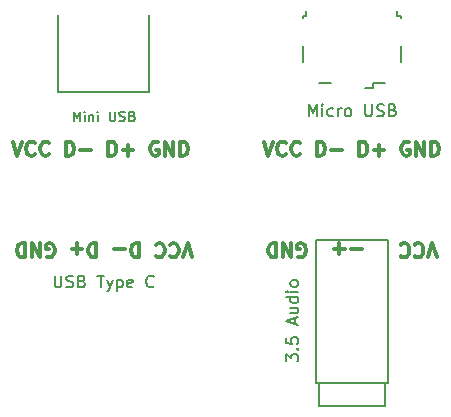
<source format=gbr>
G04 #@! TF.GenerationSoftware,KiCad,Pcbnew,(5.0.2)-1*
G04 #@! TF.CreationDate,2019-03-12T07:40:32+07:00*
G04 #@! TF.ProjectId,adapter,61646170-7465-4722-9e6b-696361645f70,rev?*
G04 #@! TF.SameCoordinates,Original*
G04 #@! TF.FileFunction,Legend,Top*
G04 #@! TF.FilePolarity,Positive*
%FSLAX46Y46*%
G04 Gerber Fmt 4.6, Leading zero omitted, Abs format (unit mm)*
G04 Created by KiCad (PCBNEW (5.0.2)-1) date 12/03/2019 7:40:32 SA*
%MOMM*%
%LPD*%
G01*
G04 APERTURE LIST*
%ADD10C,0.300000*%
%ADD11C,0.150000*%
%ADD12C,0.200000*%
%ADD13C,0.203200*%
G04 APERTURE END LIST*
D10*
X53200000Y-35407142D02*
X52800000Y-34207142D01*
X52400000Y-35407142D01*
X51314285Y-34321428D02*
X51371428Y-34264285D01*
X51542857Y-34207142D01*
X51657142Y-34207142D01*
X51828571Y-34264285D01*
X51942857Y-34378571D01*
X52000000Y-34492857D01*
X52057142Y-34721428D01*
X52057142Y-34892857D01*
X52000000Y-35121428D01*
X51942857Y-35235714D01*
X51828571Y-35350000D01*
X51657142Y-35407142D01*
X51542857Y-35407142D01*
X51371428Y-35350000D01*
X51314285Y-35292857D01*
X50114285Y-34321428D02*
X50171428Y-34264285D01*
X50342857Y-34207142D01*
X50457142Y-34207142D01*
X50628571Y-34264285D01*
X50742857Y-34378571D01*
X50800000Y-34492857D01*
X50857142Y-34721428D01*
X50857142Y-34892857D01*
X50800000Y-35121428D01*
X50742857Y-35235714D01*
X50628571Y-35350000D01*
X50457142Y-35407142D01*
X50342857Y-35407142D01*
X50171428Y-35350000D01*
X50114285Y-35292857D01*
X46857142Y-34664285D02*
X45942857Y-34664285D01*
X45371428Y-34664285D02*
X44457142Y-34664285D01*
X44914285Y-34207142D02*
X44914285Y-35121428D01*
X41428571Y-35350000D02*
X41542857Y-35407142D01*
X41714285Y-35407142D01*
X41885714Y-35350000D01*
X42000000Y-35235714D01*
X42057142Y-35121428D01*
X42114285Y-34892857D01*
X42114285Y-34721428D01*
X42057142Y-34492857D01*
X42000000Y-34378571D01*
X41885714Y-34264285D01*
X41714285Y-34207142D01*
X41600000Y-34207142D01*
X41428571Y-34264285D01*
X41371428Y-34321428D01*
X41371428Y-34721428D01*
X41600000Y-34721428D01*
X40857142Y-34207142D02*
X40857142Y-35407142D01*
X40171428Y-34207142D01*
X40171428Y-35407142D01*
X39600000Y-34207142D02*
X39600000Y-35407142D01*
X39314285Y-35407142D01*
X39142857Y-35350000D01*
X39028571Y-35235714D01*
X38971428Y-35121428D01*
X38914285Y-34892857D01*
X38914285Y-34721428D01*
X38971428Y-34492857D01*
X39028571Y-34378571D01*
X39142857Y-34264285D01*
X39314285Y-34207142D01*
X39600000Y-34207142D01*
X32485714Y-35407142D02*
X32085714Y-34207142D01*
X31685714Y-35407142D01*
X30600000Y-34321428D02*
X30657142Y-34264285D01*
X30828571Y-34207142D01*
X30942857Y-34207142D01*
X31114285Y-34264285D01*
X31228571Y-34378571D01*
X31285714Y-34492857D01*
X31342857Y-34721428D01*
X31342857Y-34892857D01*
X31285714Y-35121428D01*
X31228571Y-35235714D01*
X31114285Y-35350000D01*
X30942857Y-35407142D01*
X30828571Y-35407142D01*
X30657142Y-35350000D01*
X30600000Y-35292857D01*
X29400000Y-34321428D02*
X29457142Y-34264285D01*
X29628571Y-34207142D01*
X29742857Y-34207142D01*
X29914285Y-34264285D01*
X30028571Y-34378571D01*
X30085714Y-34492857D01*
X30142857Y-34721428D01*
X30142857Y-34892857D01*
X30085714Y-35121428D01*
X30028571Y-35235714D01*
X29914285Y-35350000D01*
X29742857Y-35407142D01*
X29628571Y-35407142D01*
X29457142Y-35350000D01*
X29400000Y-35292857D01*
X27971428Y-34207142D02*
X27971428Y-35407142D01*
X27685714Y-35407142D01*
X27514285Y-35350000D01*
X27400000Y-35235714D01*
X27342857Y-35121428D01*
X27285714Y-34892857D01*
X27285714Y-34721428D01*
X27342857Y-34492857D01*
X27400000Y-34378571D01*
X27514285Y-34264285D01*
X27685714Y-34207142D01*
X27971428Y-34207142D01*
X26771428Y-34664285D02*
X25857142Y-34664285D01*
X24371428Y-34207142D02*
X24371428Y-35407142D01*
X24085714Y-35407142D01*
X23914285Y-35350000D01*
X23800000Y-35235714D01*
X23742857Y-35121428D01*
X23685714Y-34892857D01*
X23685714Y-34721428D01*
X23742857Y-34492857D01*
X23800000Y-34378571D01*
X23914285Y-34264285D01*
X24085714Y-34207142D01*
X24371428Y-34207142D01*
X23171428Y-34664285D02*
X22257142Y-34664285D01*
X22714285Y-34207142D02*
X22714285Y-35121428D01*
X20142857Y-35350000D02*
X20257142Y-35407142D01*
X20428571Y-35407142D01*
X20600000Y-35350000D01*
X20714285Y-35235714D01*
X20771428Y-35121428D01*
X20828571Y-34892857D01*
X20828571Y-34721428D01*
X20771428Y-34492857D01*
X20714285Y-34378571D01*
X20600000Y-34264285D01*
X20428571Y-34207142D01*
X20314285Y-34207142D01*
X20142857Y-34264285D01*
X20085714Y-34321428D01*
X20085714Y-34721428D01*
X20314285Y-34721428D01*
X19571428Y-34207142D02*
X19571428Y-35407142D01*
X18885714Y-34207142D01*
X18885714Y-35407142D01*
X18314285Y-34207142D02*
X18314285Y-35407142D01*
X18028571Y-35407142D01*
X17857142Y-35350000D01*
X17742857Y-35235714D01*
X17685714Y-35121428D01*
X17628571Y-34892857D01*
X17628571Y-34721428D01*
X17685714Y-34492857D01*
X17742857Y-34378571D01*
X17857142Y-34264285D01*
X18028571Y-34207142D01*
X18314285Y-34207142D01*
X38514285Y-25592857D02*
X38914285Y-26792857D01*
X39314285Y-25592857D01*
X40400000Y-26678571D02*
X40342857Y-26735714D01*
X40171428Y-26792857D01*
X40057142Y-26792857D01*
X39885714Y-26735714D01*
X39771428Y-26621428D01*
X39714285Y-26507142D01*
X39657142Y-26278571D01*
X39657142Y-26107142D01*
X39714285Y-25878571D01*
X39771428Y-25764285D01*
X39885714Y-25650000D01*
X40057142Y-25592857D01*
X40171428Y-25592857D01*
X40342857Y-25650000D01*
X40400000Y-25707142D01*
X41600000Y-26678571D02*
X41542857Y-26735714D01*
X41371428Y-26792857D01*
X41257142Y-26792857D01*
X41085714Y-26735714D01*
X40971428Y-26621428D01*
X40914285Y-26507142D01*
X40857142Y-26278571D01*
X40857142Y-26107142D01*
X40914285Y-25878571D01*
X40971428Y-25764285D01*
X41085714Y-25650000D01*
X41257142Y-25592857D01*
X41371428Y-25592857D01*
X41542857Y-25650000D01*
X41600000Y-25707142D01*
X43028571Y-26792857D02*
X43028571Y-25592857D01*
X43314285Y-25592857D01*
X43485714Y-25650000D01*
X43600000Y-25764285D01*
X43657142Y-25878571D01*
X43714285Y-26107142D01*
X43714285Y-26278571D01*
X43657142Y-26507142D01*
X43600000Y-26621428D01*
X43485714Y-26735714D01*
X43314285Y-26792857D01*
X43028571Y-26792857D01*
X44228571Y-26335714D02*
X45142857Y-26335714D01*
X46628571Y-26792857D02*
X46628571Y-25592857D01*
X46914285Y-25592857D01*
X47085714Y-25650000D01*
X47200000Y-25764285D01*
X47257142Y-25878571D01*
X47314285Y-26107142D01*
X47314285Y-26278571D01*
X47257142Y-26507142D01*
X47200000Y-26621428D01*
X47085714Y-26735714D01*
X46914285Y-26792857D01*
X46628571Y-26792857D01*
X47828571Y-26335714D02*
X48742857Y-26335714D01*
X48285714Y-26792857D02*
X48285714Y-25878571D01*
X50857142Y-25650000D02*
X50742857Y-25592857D01*
X50571428Y-25592857D01*
X50400000Y-25650000D01*
X50285714Y-25764285D01*
X50228571Y-25878571D01*
X50171428Y-26107142D01*
X50171428Y-26278571D01*
X50228571Y-26507142D01*
X50285714Y-26621428D01*
X50400000Y-26735714D01*
X50571428Y-26792857D01*
X50685714Y-26792857D01*
X50857142Y-26735714D01*
X50914285Y-26678571D01*
X50914285Y-26278571D01*
X50685714Y-26278571D01*
X51428571Y-26792857D02*
X51428571Y-25592857D01*
X52114285Y-26792857D01*
X52114285Y-25592857D01*
X52685714Y-26792857D02*
X52685714Y-25592857D01*
X52971428Y-25592857D01*
X53142857Y-25650000D01*
X53257142Y-25764285D01*
X53314285Y-25878571D01*
X53371428Y-26107142D01*
X53371428Y-26278571D01*
X53314285Y-26507142D01*
X53257142Y-26621428D01*
X53142857Y-26735714D01*
X52971428Y-26792857D01*
X52685714Y-26792857D01*
X17264285Y-25592857D02*
X17664285Y-26792857D01*
X18064285Y-25592857D01*
X19150000Y-26678571D02*
X19092857Y-26735714D01*
X18921428Y-26792857D01*
X18807142Y-26792857D01*
X18635714Y-26735714D01*
X18521428Y-26621428D01*
X18464285Y-26507142D01*
X18407142Y-26278571D01*
X18407142Y-26107142D01*
X18464285Y-25878571D01*
X18521428Y-25764285D01*
X18635714Y-25650000D01*
X18807142Y-25592857D01*
X18921428Y-25592857D01*
X19092857Y-25650000D01*
X19150000Y-25707142D01*
X20350000Y-26678571D02*
X20292857Y-26735714D01*
X20121428Y-26792857D01*
X20007142Y-26792857D01*
X19835714Y-26735714D01*
X19721428Y-26621428D01*
X19664285Y-26507142D01*
X19607142Y-26278571D01*
X19607142Y-26107142D01*
X19664285Y-25878571D01*
X19721428Y-25764285D01*
X19835714Y-25650000D01*
X20007142Y-25592857D01*
X20121428Y-25592857D01*
X20292857Y-25650000D01*
X20350000Y-25707142D01*
X21778571Y-26792857D02*
X21778571Y-25592857D01*
X22064285Y-25592857D01*
X22235714Y-25650000D01*
X22350000Y-25764285D01*
X22407142Y-25878571D01*
X22464285Y-26107142D01*
X22464285Y-26278571D01*
X22407142Y-26507142D01*
X22350000Y-26621428D01*
X22235714Y-26735714D01*
X22064285Y-26792857D01*
X21778571Y-26792857D01*
X22978571Y-26335714D02*
X23892857Y-26335714D01*
X25378571Y-26792857D02*
X25378571Y-25592857D01*
X25664285Y-25592857D01*
X25835714Y-25650000D01*
X25950000Y-25764285D01*
X26007142Y-25878571D01*
X26064285Y-26107142D01*
X26064285Y-26278571D01*
X26007142Y-26507142D01*
X25950000Y-26621428D01*
X25835714Y-26735714D01*
X25664285Y-26792857D01*
X25378571Y-26792857D01*
X26578571Y-26335714D02*
X27492857Y-26335714D01*
X27035714Y-26792857D02*
X27035714Y-25878571D01*
X29607142Y-25650000D02*
X29492857Y-25592857D01*
X29321428Y-25592857D01*
X29150000Y-25650000D01*
X29035714Y-25764285D01*
X28978571Y-25878571D01*
X28921428Y-26107142D01*
X28921428Y-26278571D01*
X28978571Y-26507142D01*
X29035714Y-26621428D01*
X29150000Y-26735714D01*
X29321428Y-26792857D01*
X29435714Y-26792857D01*
X29607142Y-26735714D01*
X29664285Y-26678571D01*
X29664285Y-26278571D01*
X29435714Y-26278571D01*
X30178571Y-26792857D02*
X30178571Y-25592857D01*
X30864285Y-26792857D01*
X30864285Y-25592857D01*
X31435714Y-26792857D02*
X31435714Y-25592857D01*
X31721428Y-25592857D01*
X31892857Y-25650000D01*
X32007142Y-25764285D01*
X32064285Y-25878571D01*
X32121428Y-26107142D01*
X32121428Y-26278571D01*
X32064285Y-26507142D01*
X32007142Y-26621428D01*
X31892857Y-26735714D01*
X31721428Y-26792857D01*
X31435714Y-26792857D01*
D11*
G04 #@! TO.C,Micro USB*
X50150000Y-18900000D02*
X50150000Y-17500000D01*
X50150000Y-15100000D02*
X50150000Y-14950000D01*
X50150000Y-14950000D02*
X49850000Y-14950000D01*
X49850000Y-14950000D02*
X49850000Y-14500000D01*
X42150000Y-14500000D02*
X42150000Y-14950000D01*
X42150000Y-14950000D02*
X41850000Y-14950000D01*
X41850000Y-14950000D02*
X41850000Y-15100000D01*
X41850000Y-17500000D02*
X41850000Y-18900000D01*
X47075000Y-21075000D02*
X47800000Y-21075000D01*
X47800000Y-21075000D02*
X47800000Y-20650000D01*
X47800000Y-20650000D02*
X48800000Y-20650000D01*
X44200000Y-20650000D02*
X43200000Y-20650000D01*
D12*
G04 #@! TO.C,Mini USB*
X28850000Y-21400000D02*
X21150000Y-21400000D01*
X28850000Y-21400000D02*
X28850000Y-14900000D01*
X21150000Y-21400000D02*
X21150000Y-14900000D01*
D11*
G04 #@! TO.C,*
X42950000Y-46000000D02*
X49050000Y-46000000D01*
X42950000Y-33900000D02*
X49050000Y-33900000D01*
X42950000Y-46000000D02*
X42950000Y-33900000D01*
X49050000Y-46000000D02*
X49050000Y-33900000D01*
X43200000Y-46000000D02*
X43200000Y-48000000D01*
X48800000Y-46000000D02*
X48800000Y-48000000D01*
X43200000Y-48000000D02*
X48800000Y-48000000D01*
G04 #@! TO.C,Micro USB*
X42357142Y-23452380D02*
X42357142Y-22452380D01*
X42690476Y-23166666D01*
X43023809Y-22452380D01*
X43023809Y-23452380D01*
X43500000Y-23452380D02*
X43500000Y-22785714D01*
X43500000Y-22452380D02*
X43452380Y-22500000D01*
X43500000Y-22547619D01*
X43547619Y-22500000D01*
X43500000Y-22452380D01*
X43500000Y-22547619D01*
X44404761Y-23404761D02*
X44309523Y-23452380D01*
X44119047Y-23452380D01*
X44023809Y-23404761D01*
X43976190Y-23357142D01*
X43928571Y-23261904D01*
X43928571Y-22976190D01*
X43976190Y-22880952D01*
X44023809Y-22833333D01*
X44119047Y-22785714D01*
X44309523Y-22785714D01*
X44404761Y-22833333D01*
X44833333Y-23452380D02*
X44833333Y-22785714D01*
X44833333Y-22976190D02*
X44880952Y-22880952D01*
X44928571Y-22833333D01*
X45023809Y-22785714D01*
X45119047Y-22785714D01*
X45595238Y-23452380D02*
X45500000Y-23404761D01*
X45452380Y-23357142D01*
X45404761Y-23261904D01*
X45404761Y-22976190D01*
X45452380Y-22880952D01*
X45500000Y-22833333D01*
X45595238Y-22785714D01*
X45738095Y-22785714D01*
X45833333Y-22833333D01*
X45880952Y-22880952D01*
X45928571Y-22976190D01*
X45928571Y-23261904D01*
X45880952Y-23357142D01*
X45833333Y-23404761D01*
X45738095Y-23452380D01*
X45595238Y-23452380D01*
X47119047Y-22452380D02*
X47119047Y-23261904D01*
X47166666Y-23357142D01*
X47214285Y-23404761D01*
X47309523Y-23452380D01*
X47500000Y-23452380D01*
X47595238Y-23404761D01*
X47642857Y-23357142D01*
X47690476Y-23261904D01*
X47690476Y-22452380D01*
X48119047Y-23404761D02*
X48261904Y-23452380D01*
X48500000Y-23452380D01*
X48595238Y-23404761D01*
X48642857Y-23357142D01*
X48690476Y-23261904D01*
X48690476Y-23166666D01*
X48642857Y-23071428D01*
X48595238Y-23023809D01*
X48500000Y-22976190D01*
X48309523Y-22928571D01*
X48214285Y-22880952D01*
X48166666Y-22833333D01*
X48119047Y-22738095D01*
X48119047Y-22642857D01*
X48166666Y-22547619D01*
X48214285Y-22500000D01*
X48309523Y-22452380D01*
X48547619Y-22452380D01*
X48690476Y-22500000D01*
X49452380Y-22928571D02*
X49595238Y-22976190D01*
X49642857Y-23023809D01*
X49690476Y-23119047D01*
X49690476Y-23261904D01*
X49642857Y-23357142D01*
X49595238Y-23404761D01*
X49500000Y-23452380D01*
X49119047Y-23452380D01*
X49119047Y-22452380D01*
X49452380Y-22452380D01*
X49547619Y-22500000D01*
X49595238Y-22547619D01*
X49642857Y-22642857D01*
X49642857Y-22738095D01*
X49595238Y-22833333D01*
X49547619Y-22880952D01*
X49452380Y-22928571D01*
X49119047Y-22928571D01*
G04 #@! TO.C,Mini USB*
D13*
X22445485Y-23867695D02*
X22445485Y-23054895D01*
X22716419Y-23635466D01*
X22987352Y-23054895D01*
X22987352Y-23867695D01*
X23374400Y-23867695D02*
X23374400Y-23325828D01*
X23374400Y-23054895D02*
X23335695Y-23093600D01*
X23374400Y-23132304D01*
X23413104Y-23093600D01*
X23374400Y-23054895D01*
X23374400Y-23132304D01*
X23761447Y-23325828D02*
X23761447Y-23867695D01*
X23761447Y-23403238D02*
X23800152Y-23364533D01*
X23877561Y-23325828D01*
X23993676Y-23325828D01*
X24071085Y-23364533D01*
X24109790Y-23441942D01*
X24109790Y-23867695D01*
X24496838Y-23867695D02*
X24496838Y-23325828D01*
X24496838Y-23054895D02*
X24458133Y-23093600D01*
X24496838Y-23132304D01*
X24535542Y-23093600D01*
X24496838Y-23054895D01*
X24496838Y-23132304D01*
X25503161Y-23054895D02*
X25503161Y-23712876D01*
X25541866Y-23790285D01*
X25580571Y-23828990D01*
X25657980Y-23867695D01*
X25812800Y-23867695D01*
X25890209Y-23828990D01*
X25928914Y-23790285D01*
X25967619Y-23712876D01*
X25967619Y-23054895D01*
X26315961Y-23828990D02*
X26432076Y-23867695D01*
X26625600Y-23867695D01*
X26703009Y-23828990D01*
X26741714Y-23790285D01*
X26780419Y-23712876D01*
X26780419Y-23635466D01*
X26741714Y-23558057D01*
X26703009Y-23519352D01*
X26625600Y-23480647D01*
X26470780Y-23441942D01*
X26393371Y-23403238D01*
X26354666Y-23364533D01*
X26315961Y-23287123D01*
X26315961Y-23209714D01*
X26354666Y-23132304D01*
X26393371Y-23093600D01*
X26470780Y-23054895D01*
X26664304Y-23054895D01*
X26780419Y-23093600D01*
X27399695Y-23441942D02*
X27515809Y-23480647D01*
X27554514Y-23519352D01*
X27593219Y-23596761D01*
X27593219Y-23712876D01*
X27554514Y-23790285D01*
X27515809Y-23828990D01*
X27438400Y-23867695D01*
X27128761Y-23867695D01*
X27128761Y-23054895D01*
X27399695Y-23054895D01*
X27477104Y-23093600D01*
X27515809Y-23132304D01*
X27554514Y-23209714D01*
X27554514Y-23287123D01*
X27515809Y-23364533D01*
X27477104Y-23403238D01*
X27399695Y-23441942D01*
X27128761Y-23441942D01*
G04 #@! TO.C,*
D11*
X20833333Y-36952380D02*
X20833333Y-37761904D01*
X20880952Y-37857142D01*
X20928571Y-37904761D01*
X21023809Y-37952380D01*
X21214285Y-37952380D01*
X21309523Y-37904761D01*
X21357142Y-37857142D01*
X21404761Y-37761904D01*
X21404761Y-36952380D01*
X21833333Y-37904761D02*
X21976190Y-37952380D01*
X22214285Y-37952380D01*
X22309523Y-37904761D01*
X22357142Y-37857142D01*
X22404761Y-37761904D01*
X22404761Y-37666666D01*
X22357142Y-37571428D01*
X22309523Y-37523809D01*
X22214285Y-37476190D01*
X22023809Y-37428571D01*
X21928571Y-37380952D01*
X21880952Y-37333333D01*
X21833333Y-37238095D01*
X21833333Y-37142857D01*
X21880952Y-37047619D01*
X21928571Y-37000000D01*
X22023809Y-36952380D01*
X22261904Y-36952380D01*
X22404761Y-37000000D01*
X23166666Y-37428571D02*
X23309523Y-37476190D01*
X23357142Y-37523809D01*
X23404761Y-37619047D01*
X23404761Y-37761904D01*
X23357142Y-37857142D01*
X23309523Y-37904761D01*
X23214285Y-37952380D01*
X22833333Y-37952380D01*
X22833333Y-36952380D01*
X23166666Y-36952380D01*
X23261904Y-37000000D01*
X23309523Y-37047619D01*
X23357142Y-37142857D01*
X23357142Y-37238095D01*
X23309523Y-37333333D01*
X23261904Y-37380952D01*
X23166666Y-37428571D01*
X22833333Y-37428571D01*
X24452380Y-36952380D02*
X25023809Y-36952380D01*
X24738095Y-37952380D02*
X24738095Y-36952380D01*
X25261904Y-37285714D02*
X25500000Y-37952380D01*
X25738095Y-37285714D02*
X25500000Y-37952380D01*
X25404761Y-38190476D01*
X25357142Y-38238095D01*
X25261904Y-38285714D01*
X26119047Y-37285714D02*
X26119047Y-38285714D01*
X26119047Y-37333333D02*
X26214285Y-37285714D01*
X26404761Y-37285714D01*
X26500000Y-37333333D01*
X26547619Y-37380952D01*
X26595238Y-37476190D01*
X26595238Y-37761904D01*
X26547619Y-37857142D01*
X26500000Y-37904761D01*
X26404761Y-37952380D01*
X26214285Y-37952380D01*
X26119047Y-37904761D01*
X27404761Y-37904761D02*
X27309523Y-37952380D01*
X27119047Y-37952380D01*
X27023809Y-37904761D01*
X26976190Y-37809523D01*
X26976190Y-37428571D01*
X27023809Y-37333333D01*
X27119047Y-37285714D01*
X27309523Y-37285714D01*
X27404761Y-37333333D01*
X27452380Y-37428571D01*
X27452380Y-37523809D01*
X26976190Y-37619047D01*
X29214285Y-37857142D02*
X29166666Y-37904761D01*
X29023809Y-37952380D01*
X28928571Y-37952380D01*
X28785714Y-37904761D01*
X28690476Y-37809523D01*
X28642857Y-37714285D01*
X28595238Y-37523809D01*
X28595238Y-37380952D01*
X28642857Y-37190476D01*
X28690476Y-37095238D01*
X28785714Y-37000000D01*
X28928571Y-36952380D01*
X29023809Y-36952380D01*
X29166666Y-37000000D01*
X29214285Y-37047619D01*
X40452380Y-44202380D02*
X40452380Y-43583333D01*
X40833333Y-43916666D01*
X40833333Y-43773809D01*
X40880952Y-43678571D01*
X40928571Y-43630952D01*
X41023809Y-43583333D01*
X41261904Y-43583333D01*
X41357142Y-43630952D01*
X41404761Y-43678571D01*
X41452380Y-43773809D01*
X41452380Y-44059523D01*
X41404761Y-44154761D01*
X41357142Y-44202380D01*
X41357142Y-43154761D02*
X41404761Y-43107142D01*
X41452380Y-43154761D01*
X41404761Y-43202380D01*
X41357142Y-43154761D01*
X41452380Y-43154761D01*
X40452380Y-42202380D02*
X40452380Y-42678571D01*
X40928571Y-42726190D01*
X40880952Y-42678571D01*
X40833333Y-42583333D01*
X40833333Y-42345238D01*
X40880952Y-42250000D01*
X40928571Y-42202380D01*
X41023809Y-42154761D01*
X41261904Y-42154761D01*
X41357142Y-42202380D01*
X41404761Y-42250000D01*
X41452380Y-42345238D01*
X41452380Y-42583333D01*
X41404761Y-42678571D01*
X41357142Y-42726190D01*
X41166666Y-41011904D02*
X41166666Y-40535714D01*
X41452380Y-41107142D02*
X40452380Y-40773809D01*
X41452380Y-40440476D01*
X40785714Y-39678571D02*
X41452380Y-39678571D01*
X40785714Y-40107142D02*
X41309523Y-40107142D01*
X41404761Y-40059523D01*
X41452380Y-39964285D01*
X41452380Y-39821428D01*
X41404761Y-39726190D01*
X41357142Y-39678571D01*
X41452380Y-38773809D02*
X40452380Y-38773809D01*
X41404761Y-38773809D02*
X41452380Y-38869047D01*
X41452380Y-39059523D01*
X41404761Y-39154761D01*
X41357142Y-39202380D01*
X41261904Y-39250000D01*
X40976190Y-39250000D01*
X40880952Y-39202380D01*
X40833333Y-39154761D01*
X40785714Y-39059523D01*
X40785714Y-38869047D01*
X40833333Y-38773809D01*
X41452380Y-38297619D02*
X40785714Y-38297619D01*
X40452380Y-38297619D02*
X40500000Y-38345238D01*
X40547619Y-38297619D01*
X40500000Y-38250000D01*
X40452380Y-38297619D01*
X40547619Y-38297619D01*
X41452380Y-37678571D02*
X41404761Y-37773809D01*
X41357142Y-37821428D01*
X41261904Y-37869047D01*
X40976190Y-37869047D01*
X40880952Y-37821428D01*
X40833333Y-37773809D01*
X40785714Y-37678571D01*
X40785714Y-37535714D01*
X40833333Y-37440476D01*
X40880952Y-37392857D01*
X40976190Y-37345238D01*
X41261904Y-37345238D01*
X41357142Y-37392857D01*
X41404761Y-37440476D01*
X41452380Y-37535714D01*
X41452380Y-37678571D01*
G04 #@! TD*
M02*

</source>
